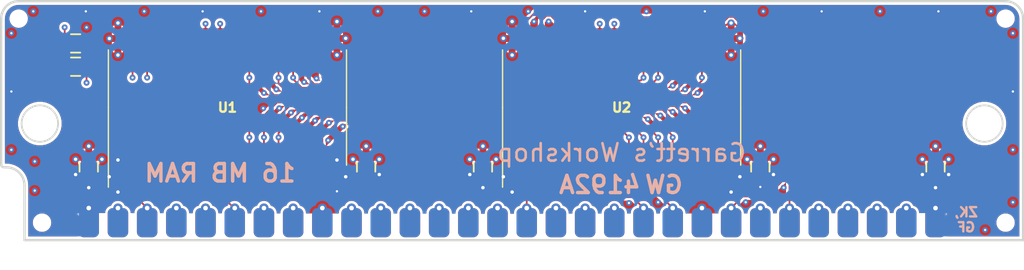
<source format=kicad_pcb>
(kicad_pcb (version 20221018) (generator pcbnew)
  (title_block (title "GW4192A") (date "2021-06-19") (rev "1.0-SOP") (company "Garrett's Workshop"))
  (layers (0 "F.Cu" signal) (1 "In1.Cu" power) (2 "In2.Cu" signal) (31 "B.Cu" power) (34 "B.Paste" user) (35 "F.Paste" user) (36 "B.SilkS" user "B.Silkscreen") (37 "F.SilkS" user "F.Silkscreen") (38 "B.Mask" user) (39 "F.Mask" user) (44 "Edge.Cuts" user))
  (net 0 "")
  (net 1 "+5V")
  (net 2 "/D0")
  (net 3 "/D1")
  (net 4 "/~{WE}")
  (net 5 "/~{RAS}")
  (net 6 "/~{CAS}")
  (net 7 "/D2")
  (net 8 "/D3")
  (net 9 "GND")
  (net 10 "/D4")
  (net 11 "/D5")
  (net 12 "/D6")
  (net 13 "/D7")
  (net 14 "/QP")
  (net 15 "/~{CASP}")
  (net 16 "/DP")
  (net 17 "/1A0")
  (net 18 "/1A1")
  (net 19 "/1A2")
  (net 20 "/1A3")
  (net 21 "/1A4")
  (net 22 "/1A5")
  (net 23 "/1A6")
  (net 24 "/1A7")
  (net 25 "/1A8")
  (net 26 "/1A10")
  (net 27 "/1A9")
  (net 28 "Net-(U1-Pad27)")
  (net 29 "Net-(U1-Pad24)")
  (net 30 "/1A11")
  (net 31 "Net-(U2-Pad27)")
  (net 32 "Net-(U2-Pad24)")
  (net 33 "/~{OE}")
  (net 34 "Net-(U1-Pad29)")
  (net 35 "Net-(U1-Pad28)")
  (net 36 "Net-(U1-Pad7)")
  (net 37 "Net-(U1-Pad6)")
  (net 38 "Net-(U1-Pad5)")
  (net 39 "Net-(U1-Pad4)")
  (net 40 "Net-(U2-Pad4)")
  (net 41 "Net-(U2-Pad5)")
  (net 42 "Net-(U2-Pad6)")
  (net 43 "Net-(U2-Pad7)")
  (net 44 "Net-(U2-Pad28)")
  (net 45 "Net-(U2-Pad29)")
  (footprint "stdpads:SIMM-30_Edge" (layer "F.Cu") (at 120.65 99.822)
    (fp_text reference "J1")
    (fp_text value "DRAM-SIMM-30")
  )
  (footprint "stdpads:C_0805" (layer "F.Cu") (at 83.82 95.2255 90)
    (fp_text reference "C1")
    (fp_text value "2u2")
  )
  (footprint "stdpads:C_0805" (layer "F.Cu") (at 157.48 95.2255 90)
    (fp_text reference "C5")
    (fp_text value "2u2")
  )
  (footprint "stdpads:C_0805" (layer "F.Cu") (at 107.95 95.2255 90)
    (fp_text reference "C2")
    (fp_text value "2u2")
  )
  (footprint "stdpads:C_0805" (layer "F.Cu") (at 118.11 95.2255 90)
    (fp_text reference "C3")
    (fp_text value "2u2")
  )
  (footprint "stdpads:C_0805" (layer "F.Cu") (at 142.24 95.2255 90)
    (fp_text reference "C4")
    (fp_text value "2u2")
  )
  (footprint "stdpads:R_0805" (layer "F.Cu") (at 82.677 86.487 180)
    (fp_text reference "R1")
    (fp_text value "EDO")
  )
  (footprint "stdpads:R_0805" (layer "F.Cu") (at 82.677 84.455)
    (fp_text reference "R2")
    (fp_text value "FPM")
  )
  (footprint "stdpads:PasteHole_1.152mm_NPTH" (layer "F.Cu") (at 163.576 82.296)
    (fp_text reference "H2")
    (fp_text value "MountingHole" hide)
  )
  (footprint "stdpads:PasteHole_1.152mm_NPTH" (layer "F.Cu") (at 77.724 82.296)
    (fp_text reference "H1")
    (fp_text value "MountingHole" hide)
  )
  (footprint "stdpads:PasteHole_1.152mm_NPTH" (layer "F.Cu") (at 79.756 100.076)
    (fp_text reference "H4")
    (fp_text value "MountingHole" hide)
  )
  (footprint "stdpads:PasteHole_1.152mm_NPTH" (layer "F.Cu") (at 163.576 100.076)
    (fp_text reference "H3")
    (fp_text value "MountingHole" hide)
  )
  (footprint "stdpads:SOP-32_400mil" (layer "F.Cu") (at 130.175 90.043 90)
    (fp_text reference "U2")
    (fp_text value "KM44C16104")
  )
  (footprint "stdpads:SOP-32_400mil" (layer "F.Cu") (at 95.885 90.043 90)
    (fp_text reference "U1")
    (fp_text value "KM44C16104")
  )
  (gr_line (start 76.2 94.996) (end 76.2 82.296) (stroke (width 0.2)) (layer "Edge.Cuts"))
  (gr_circle (center 79.5655 91.44) (end 77.978 91.44) (stroke (width 0.15)) (fill none) (layer "Edge.Cuts"))
  (gr_circle (center 161.7345 91.44) (end 163.322 91.44) (stroke (width 0.15)) (fill none) (layer "Edge.Cuts"))
  (gr_arc (start 163.576 80.772) (mid 164.653631 81.218369) (end 165.1 82.296) (stroke (width 0.2)) (layer "Edge.Cuts"))
  (gr_arc (start 76.2 82.296) (mid 76.646369 81.218369) (end 77.724 80.772) (stroke (width 0.2)) (layer "Edge.Cuts"))
  (gr_line (start 76.6445 95.25) (end 76.454 95.25) (stroke (width 0.2)) (layer "Edge.Cuts"))
  (gr_line (start 78.232 101.6) (end 78.232 96.8375) (stroke (width 0.2)) (layer "Edge.Cuts"))
  (gr_arc (start 76.454 95.25) (mid 76.274395 95.175605) (end 76.2 94.996) (stroke (width 0.2)) (layer "Edge.Cuts"))
  (gr_arc (start 76.6445 95.25) (mid 77.767032 95.714968) (end 78.232 96.8375) (stroke (width 0.2)) (layer "Edge.Cuts"))
  (gr_line (start 165.1 82.296) (end 165.1 101.6) (stroke (width 0.2)) (layer "Edge.Cuts"))
  (gr_line (start 165.1 101.6) (end 78.232 101.6) (stroke (width 0.2)) (layer "Edge.Cuts"))
  (gr_line (start 77.724 80.772) (end 163.576 80.772) (stroke (width 0.2)) (layer "Edge.Cuts"))
  (gr_text "16 MB RAM" (at 95.25 95.758) (layer "B.SilkS") (effects (font (size 1.524 1.524) (thickness 0.3)) (justify mirror)))
  (gr_text "4192A" (at 128.27 96.774) (layer "B.SilkS") (effects (font (size 1.5 1.5) (thickness 0.3)) (justify mirror)))
  (gr_text "Garrett’s Workshop" (at 130.175 93.98) (layer "B.SilkS") (effects (font (size 1.524 1.524) (thickness 0.225)) (justify mirror)))
  (gr_text "GW" (at 133.858 96.774) (layer "B.SilkS") (effects (font (size 1.5 1.5) (thickness 0.3)) (justify mirror)))
  (gr_text "ZK,\nGF" (at 160.147 99.822) (layer "B.SilkS") (effects (font (size 0.8128 0.8128) (thickness 0.2032)) (justify mirror)))
  (segment (start 117.1575 96.0755) (end 116.967 95.885) (width 0.6) (layer "F.Cu") (net 1))
  (segment (start 118.11 96.0755) (end 117.1575 96.0755) (width 0.6) (layer "F.Cu") (net 1))
  (segment (start 118.11 96.0755) (end 118.11 97.028) (width 0.6) (layer "F.Cu") (net 1))
  (segment (start 140.462 96.0755) (end 142.24 96.0755) (width 0.6) (layer "F.Cu") (net 1))
  (segment (start 120.65 96.058) (end 120.65 97.409) (width 0.6) (layer "F.Cu") (net 1))
  (segment (start 119.9055 96.058) (end 119.888 96.0755) (width 0.6) (layer "F.Cu") (net 1))
  (segment (start 85.6155 96.058) (end 85.598 96.0755) (width 0.6) (layer "F.Cu") (net 1))
  (segment (start 105.41 96.058) (end 106.1545 96.058) (width 0.6) (layer "F.Cu") (net 1))
  (segment (start 139.7 96.058) (end 139.7 97.409) (width 0.6) (layer "F.Cu") (net 1))
  (segment (start 108.9025 96.0755) (end 109.093 95.885) (width 0.6) (layer "F.Cu") (net 1))
  (segment (start 156.5275 96.0755) (end 156.337 95.885) (width 0.6) (layer "F.Cu") (net 1))
  (segment (start 157.48 96.0755) (end 156.5275 96.0755) (width 0.6) (layer "F.Cu") (net 1))
  (segment (start 105.41 96.058) (end 105.41 94.615) (width 0.6) (layer "F.Cu") (net 1))
  (segment (start 82.8675 96.0755) (end 82.677 95.885) (width 0.6) (layer "F.Cu") (net 1))
  (segment (start 83.82 96.0755) (end 85.598 96.0755) (width 0.6) (layer "F.Cu") (net 1))
  (segment (start 86.36 96.058) (end 85.6155 96.058) (width 0.6) (layer "F.Cu") (net 1))
  (segment (start 86.36 96.058) (end 86.36 97.409) (width 0.6) (layer "F.Cu") (net 1))
  (segment (start 105.41 96.058) (end 105.41 97.3455) (width 0.508) (layer "F.Cu") (net 1))
  (segment (start 157.48 96.0755) (end 158.4325 96.0755) (width 0.6) (layer "F.Cu") (net 1))
  (segment (start 83.82 96.0755) (end 83.82 97.028) (width 0.6) (layer "F.Cu") (net 1))
  (segment (start 107.95 96.0755) (end 106.172 96.0755) (width 0.6) (layer "F.Cu") (net 1))
  (segment (start 157.48 96.0755) (end 157.48 97.028) (width 0.6) (layer "F.Cu") (net 1))
  (segment (start 140.4445 96.058) (end 140.462 96.0755) (width 0.6) (layer "F.Cu") (net 1))
  (segment (start 83.82 97.028) (end 83.82 98.806) (width 0.6) (layer "F.Cu") (net 1))
  (segment (start 142.24 96.0755) (end 143.1925 96.0755) (width 0.6) (layer "F.Cu") (net 1))
  (segment (start 157.48 96.0755) (end 157.48 98.806) (width 0.8) (layer "F.Cu") (net 1))
  (segment (start 139.7 96.058) (end 140.4445 96.058) (width 0.6) (layer "F.Cu") (net 1))
  (segment (start 143.1925 96.0755) (end 143.383 95.885) (width 0.6) (layer "F.Cu") (net 1))
  (segment (start 142.24 96.0755) (end 142.24 96.9645) (width 0.508) (layer "F.Cu") (net 1))
  (segment (start 106.1545 96.058) (end 106.172 96.0755) (width 0.6) (layer "F.Cu") (net 1))
  (segment (start 83.82 96.0755) (end 82.8675 96.0755) (width 0.6) (layer "F.Cu") (net 1))
  (segment (start 119.888 96.0755) (end 118.11 96.0755) (width 0.6) (layer "F.Cu") (net 1))
  (segment (start 158.4325 96.0755) (end 158.623 95.885) (width 0.6) (layer "F.Cu") (net 1))
  (segment (start 107.95 96.0755) (end 108.9025 96.0755) (width 0.6) (layer "F.Cu") (net 1))
  (segment (start 86.36 96.058) (end 86.36 94.615) (width 0.6) (layer "F.Cu") (net 1))
  (segment (start 120.65 96.058) (end 119.9055 96.058) (width 0.6) (layer "F.Cu") (net 1))
  (via (at 116.967 95.885) (size 0.6) (drill 0.3) (layers "F.Cu" "B.Cu") (net 1))
  (via (at 118.11 97.028) (size 0.6) (drill 0.3) (layers "F.Cu" "B.Cu") (net 1))
  (via (at 164.211 88.646) (size 0.508) (drill 0.2) (layers "F.Cu" "B.Cu") (net 1))
  (via (at 157.734 81.661) (size 0.508) (drill 0.2) (layers "F.Cu" "B.Cu") (net 1))
  (via (at 147.574 81.661) (size 0.508) (drill 0.2) (layers "F.Cu" "B.Cu") (net 1))
  (via (at 137.414 81.661) (size 0.508) (drill 0.2) (layers "F.Cu" "B.Cu") (net 1))
  (via (at 127 81.661) (size 0.508) (drill 0.2) (layers "F.Cu" "B.Cu") (net 1))
  (via (at 117.094 81.661) (size 0.508) (drill 0.2) (layers "F.Cu" "B.Cu") (net 1))
  (via (at 83.566 81.661) (size 0.508) (drill 0.2) (layers "F.Cu" "B.Cu") (net 1))
  (via (at 93.726 81.661) (size 0.508) (drill 0.2) (layers "F.Cu" "B.Cu") (net 1))
  (via (at 103.886 81.661) (size 0.508) (drill 0.2) (layers "F.Cu" "B.Cu") (net 1))
  (via (at 77.089 88.646) (size 0.508) (drill 0.2) (layers "F.Cu" "B.Cu") (net 1))
  (via (at 82.677 95.885) (size 0.6) (drill 0.3) (layers "F.Cu" "B.Cu") (net 1))
  (via (at 157.48 97.028) (size 0.6) (drill 0.3) (layers "F.Cu" "B.Cu") (net 1))
  (via (at 140.462 96.0755) (size 0.6) (drill 0.3) (layers "F.Cu" "B.Cu") (net 1))
  (via (at 156.337 95.885) (size 0.6) (drill 0.3) (layers "F.Cu" "B.Cu") (net 1))
  (via (at 158.623 95.885) (size 0.6) (drill 0.3) (layers "F.Cu" "B.Cu") (net 1))
  (via (at 83.82 97.028) (size 0.6) (drill 0.3) (layers "F.Cu" "B.Cu") (net 1))
  (via (at 120.65 97.409) (size 0.6) (drill 0.3) (layers "F.Cu" "B.Cu") (net 1))
  (via (at 142.24 96.9645) (size 0.508) (drill 0.2) (layers "F.Cu" "B.Cu") (net 1))
  (via (at 105.41 97.3455) (size 0.508) (drill 0.2) (layers "F.Cu" "B.Cu") (net 1))
  (via (at 143.383 95.885) (size 0.6) (drill 0.3) (layers "F.Cu" "B.Cu") (net 1))
  (via (at 139.7 97.409) (size 0.6) (drill 0.3) (layers "F.Cu" "B.Cu") (net 1))
  (via (at 106.172 96.0755) (size 0.6) (drill 0.3) (layers "F.Cu" "B.Cu") (net 1))
  (via (at 105.41 94.615) (size 0.6) (drill 0.3) (layers "F.Cu" "B.Cu") (net 1))
  (via (at 86.36 97.409) (size 0.6) (drill 0.3) (layers "F.Cu" "B.Cu") (net 1))
  (via (at 86.36 94.615) (size 0.6) (drill 0.3) (layers "F.Cu" "B.Cu") (net 1))
  (via (at 109.093 95.885) (size 0.6) (drill 0.3) (layers "F.Cu" "B.Cu") (net 1))
  (via (at 119.888 96.0755) (size 0.6) (drill 0.3) (layers "F.Cu" "B.Cu") (net 1))
  (via (at 85.598 96.0755) (size 0.6) (drill 0.3) (layers "F.Cu" "B.Cu") (net 1))
  (segment (start 87.63 97.536) (end 88.9 98.806) (width 0.1524) (layer "F.Cu") (net 2))
  (segment (start 87.63 96.058) (end 87.63 97.536) (width 0.1524) (layer "F.Cu") (net 2))
  (segment (start 88.9 100.076) (end 88.9 98.806) (width 0.1524) (layer "F.Cu") (net 2))
  (segment (start 88.9 96.058) (end 88.9 97.155) (width 0.1524) (layer "F.Cu") (net 3))
  (segment (start 89.408 97.663) (end 95.3135 97.663) (width 0.1524) (layer "F.Cu") (net 3))
  (segment (start 95.3135 97.663) (end 96.4565 98.806) (width 0.1524) (layer "F.Cu") (net 3))
  (segment (start 88.9 97.155) (end 89.408 97.663) (width 0.1524) (layer "F.Cu") (net 3))
  (segment (start 96.52 100.076) (end 96.52 98.552) (width 0.1524) (layer "F.Cu") (net 3))
  (segment (start 96.4565 98.806) (end 96.52 98.806) (width 0.1524) (layer "F.Cu") (net 3))
  (segment (start 108.48975 97.8535) (end 113.88725 92.456) (width 0.1524) (layer "F.Cu") (net 4))
  (segment (start 95.9485 97.8535) (end 108.48975 97.8535) (width 0.1524) (layer "F.Cu") (net 4))
  (segment (start 133.35 97.536) (end 134.62 98.806) (width 0.1524) (layer "F.Cu") (net 4))
  (segment (start 95.25 97.155) (end 95.9485 97.8535) (width 0.1524) (layer "F.Cu") (net 4))
  (segment (start 129.54 94.996) (end 129.54 97.155) (width 0.1524) (layer "F.Cu") (net 4))
  (segment (start 127 92.456) (end 129.54 94.996) (width 0.1524) (layer "F.Cu") (net 4))
  (segment (start 129.921 97.536) (end 133.35 97.536) (width 0.1524) (layer "F.Cu") (net 4))
  (segment (start 95.25 96.693) (end 95.25 97.155) (width 0.1524) (layer "F.Cu") (net 4))
  (segment (start 113.88725 92.456) (end 127 92.456) (width 0.1524) (layer "F.Cu") (net 4))
  (segment (start 129.54 97.155) (end 129.921 97.536) (width 0.1524) (layer "F.Cu") (net 4))
  (segment (start 104.648 97.536) (end 96.901 97.536) (width 0.1524) (layer "F.Cu") (net 5))
  (segment (start 104.775 93.5355) (end 104.775 97.409) (width 0.1524) (layer "F.Cu") (net 5))
  (segment (start 130.81 92.6465) (end 130.81 96.058) (width 0.1524) (layer "F.Cu") (net 5))
  (segment (start 106.4895 91.821) (end 104.775 93.5355) (width 0.1524) (layer "F.Cu") (net 5))
  (segment (start 96.52 97.155) (end 96.52 96.693) (width 0.1524) (layer "F.Cu") (net 5))
  (segment (start 129.9845 91.821) (end 106.4895 91.821) (width 0.1524) (layer "F.Cu") (net 5))
  (segment (start 130.81 92.6465) (end 129.9845 91.821) (width 0.1524) (layer "F.Cu") (net 5))
  (segment (start 104.775 97.409) (end 104.648 97.536) (width 0.1524) (layer "F.Cu") (net 5))
  (segment (start 96.901 97.536) (end 96.52 97.155) (width 0.1524) (layer "F.Cu") (net 5))
  (via (at 130.81 92.6465) (size 0.508) (drill 0.2) (layers "F.Cu" "B.Cu") (net 5))
  (segment (start 83.627 87.8815) (end 83.627 86.487) (width 0.1524) (layer "F.Cu") (net 6))
  (segment (start 128.27 84.028) (end 128.27 82.7405) (width 0.1524) (layer "F.Cu") (net 6))
  (segment (start 93.98 84.028) (end 93.98 82.7405) (width 0.1524) (layer "F.Cu") (net 6))
  (segment (start 83.6295 87.884) (end 83.627 87.8815) (width 0.1524) (layer "F.Cu") (net 6))
  (via (at 93.98 82.7405) (size 0.508) (drill 0.2) (layers "F.Cu" "B.Cu") (net 6))
  (via (at 83.6295 87.884) (size 0.508) (drill 0.2) (layers "F.Cu" "B.Cu") (net 6))
  (via (at 128.27 82.7405) (size 0.508) (drill 0.2) (layers "F.Cu" "B.Cu") (net 6))
  (segment (start 88.9 84.028) (end 88.9 87.4395) (width 0.1524) (layer "F.Cu") (net 7))
  (via (at 88.9 87.4395) (size 0.508) (drill 0.2) (layers "F.Cu" "B.Cu") (net 7))
  (segment (start 87.63 84.028) (end 87.63 87.4395) (width 0.1524) (layer "F.Cu") (net 8))
  (via (at 87.63 87.4395) (size 0.508) (drill 0.2) (layers "F.Cu" "B.Cu") (net 8))
  (segment (start 117.143 94.3755) (end 116.967 94.5515) (width 0.6) (layer "F.Cu") (net 9))
  (segment (start 118.11 94.3755) (end 117.143 94.3755) (width 0.6) (layer "F.Cu") (net 9))
  (segment (start 118.11 94.3755) (end 119.077 94.3755) (width 0.6) (layer "F.Cu") (net 9))
  (segment (start 119.077 94.3755) (end 119.253 94.5515) (width 0.6) (layer "F.Cu") (net 9))
  (segment (start 157.48 94.3755) (end 156.513 94.3755) (width 0.6) (layer "F.Cu") (net 9))
  (segment (start 142.24 94.3755) (end 143.207 94.3755) (width 0.6) (layer "F.Cu") (net 9))
  (segment (start 139.7 84.028) (end 139.7 85.471) (width 0.6) (layer "F.Cu") (net 9))
  (segment (start 105.41 84.028) (end 105.41 82.55) (width 0.6) (layer "F.Cu") (net 9))
  (segment (start 84.787 94.3755) (end 84.963 94.5515) (width 0.6) (layer "F.Cu") (net 9))
  (segment (start 141.273 94.3755) (end 141.097 94.5515) (width 0.6) (layer "F.Cu") (net 9))
  (segment (start 85.6155 84.028) (end 86.36 84.028) (width 0.6) (layer "F.Cu") (net 9))
  (segment (start 118.11 94.3755) (end 118.11 93.4085) (width 0.6) (layer "F.Cu") (net 9))
  (segment (start 106.1545 84.028) (end 106.172 84.0105) (width 0.6) (layer "F.Cu") (net 9))
  (segment (start 83.82 94.3755) (end 83.82 93.4085) (width 0.6) (layer "F.Cu") (net 9))
  (segment (start 120.65 85.471) (end 120.65 84.028) (width 0.6) (layer "F.Cu") (net 9))
  (segment (start 83.82 94.3755) (end 84.787 94.3755) (width 0.6) (layer "F.Cu") (net 9))
  (segment (start 83.627 83.0605) (end 83.6295 83.058) (width 0.1524) (layer "F.Cu") (net 9))
  (segment (start 105.41 84.028) (end 105.41 85.471) (width 0.6) (layer "F.Cu") (net 9))
  (segment (start 139.7 84.028) (end 139.7 82.677) (width 0.6) (layer "F.Cu") (net 9))
  (segment (start 108.917 94.3755) (end 109.093 94.5515) (width 0.6) (layer "F.Cu") (net 9))
  (segment (start 83.82 94.3755) (end 82.853 94.3755) (width 0.6) (layer "F.Cu") (net 9))
  (segment (start 83.627 84.455) (end 83.627 83.0605) (width 0.1524) (layer "F.Cu") (net 9))
  (segment (start 86.36 85.471) (end 86.36 84.028) (width 0.6) (layer "F.Cu") (net 9))
  (segment (start 158.447 94.3755) (end 158.623 94.5515) (width 0.6) (layer "F.Cu") (net 9))
  (segment (start 105.41 84.028) (end 106.1545 84.028) (width 0.6) (layer "F.Cu") (net 9))
  (segment (start 82.853 94.3755) (end 82.677 94.5515) (width 0.6) (layer "F.Cu") (net 9))
  (segment (start 106.983 94.3755) (end 106.807 94.5515) (width 0.6) (layer "F.Cu") (net 9))
  (segment (start 120.65 84.028) (end 119.9055 84.028) (width 0.6) (layer "F.Cu") (net 9))
  (segment (start 119.9055 84.028) (end 119.888 84.0105) (width 0.6) (layer "F.Cu") (net 9))
  (segment (start 107.95 94.3755) (end 107.95 93.4085) (width 0.6) (layer "F.Cu") (net 9))
  (segment (start 140.4445 84.028) (end 140.462 84.0105) (width 0.6) (layer "F.Cu") (net 9))
  (segment (start 143.207 94.3755) (end 143.383 94.5515) (width 0.6) (layer "F.Cu") (net 9))
  (segment (start 142.24 94.3755) (end 142.24 93.4085) (width 0.6) (layer "F.Cu") (net 9))
  (segment (start 157.48 94.3755) (end 158.447 94.3755) (width 0.6) (layer "F.Cu") (net 9))
  (segment (start 142.24 94.3755) (end 141.273 94.3755) (width 0.6) (layer "F.Cu") (net 9))
  (segment (start 86.36 84.028) (end 86.36 82.677) (width 0.6) (layer "F.Cu") (net 9))
  (segment (start 107.95 94.3755) (end 108.917 94.3755) (width 0.6) (layer "F.Cu") (net 9))
  (segment (start 157.48 94.3755) (end 157.48 93.4085) (width 0.6) (layer "F.Cu") (net 9))
  (segment (start 139.7 84.028) (end 140.4445 84.028) (width 0.6) (layer "F.Cu") (net 9))
  (segment (start 120.65 84.028) (end 120.65 82.55) (width 0.6) (layer "F.Cu") (net 9))
  (segment (start 156.513 94.3755) (end 156.337 94.5515) (width 0.6) (layer "F.Cu") (net 9))
  (segment (start 107.95 94.3755) (end 106.983 94.3755) (width 0.6) (layer "F.Cu") (net 9))
  (via (at 162.306 81.661) (size 0.508) (drill 0.2) (layers "F.Cu" "B.Cu") (net 9))
  (via (at 79.121 94.742) (size 0.508) (drill 0.2) (layers "F.Cu" "B.Cu") (net 9))
  (via (at 116.967 94.5515) (size 0.6) (drill 0.3) (layers "F.Cu" "B.Cu") (net 9))
  (via (at 119.253 94.5515) (size 0.6) (drill 0.3) (layers "F.Cu" "B.Cu") (net 9))
  (via (at 104.648 92.9005) (size 0.508) (drill 0.2) (layers "F.Cu" "B.Cu") (net 9))
  (via (at 101.4095 90.4875) (size 0.508) (drill 0.2) (layers "F.Cu" "B.Cu") (net 9))
  (via (at 105.918 91.694) (size 0.508) (drill 0.2) (layers "F.Cu" "B.Cu") (net 9))
  (via (at 135.6995 88.4555) (size 0.508) (drill 0.2) (layers "F.Cu" "B.Cu") (net 9))
  (via (at 134.62 90.424) (size 0.508) (drill 0.2) (layers "F.Cu" "B.Cu") (net 9))
  (via (at 136.779 88.773) (size 0.508) (drill 0.2) (layers "F.Cu" "B.Cu") (net 9))
  (via (at 133.5405 90.7415) (size 0.508) (drill 0.2) (layers "F.Cu" "B.Cu") (net 9))
  (via (at 135.6995 90.1065) (size 0.508) (drill 0.2) (layers "F.Cu" "B.Cu") (net 9))
  (via (at 134.62 88.138) (size 0.508) (drill 0.2) (layers "F.Cu" "B.Cu") (net 9))
  (via (at 132.461 91.059) (size 0.508) (drill 0.2) (layers "F.Cu" "B.Cu") (net 9))
  (via (at 100.1395 88.4555) (size 0.508) (drill 0.2) (layers "F.Cu" "B.Cu") (net 9))
  (via (at 133.35 98.298) (size 0.508) (drill 0.2) (layers "F.Cu" "B.Cu") (net 9))
  (via (at 98.9965 90.1065) (size 0.508) (drill 0.2) (layers "F.Cu" "B.Cu") (net 9))
  (via (at 161.798 100.711) (size 0.508) (drill 0.2) (layers "F.Cu" "B.Cu") (net 9))
  (via (at 164.211 83.566) (size 0.508) (drill 0.2) (layers "F.Cu" "B.Cu") (net 9))
  (via (at 79.121 97.282) (size 0.508) (drill 0.2) (layers "F.Cu" "B.Cu") (net 9))
  (via (at 152.654 81.661) (size 0.508) (drill 0.2) (layers "F.Cu" "B.Cu") (net 9))
  (via (at 142.494 81.661) (size 0.508) (drill 0.2) (layers "F.Cu" "B.Cu") (net 9))
  (via (at 132.334 81.661) (size 0.508) (drill 0.2) (layers "F.Cu" "B.Cu") (net 9))
  (via (at 122.047 81.661) (size 0.508) (drill 0.2) (layers "F.Cu" "B.Cu") (net 9))
  (via (at 78.994 81.661) (size 0.508) (drill 0.2) (layers "F.Cu" "B.Cu") (net 9))
  (via (at 77.089 83.566) (size 0.508) (drill 0.2) (layers "F.Cu" "B.Cu") (net 9))
  (via (at 88.646 81.661) (size 0.508) (drill 0.2) (layers "F.Cu" "B.Cu") (net 9))
  (via (at 98.806 81.661) (size 0.508) (drill 0.2) (layers "F.Cu" "B.Cu") (net 9))
  (via (at 108.966 81.661) (size 0.508) (drill 0.2) (layers "F.Cu" "B.Cu") (net 9))
  (via (at 113.03 81.661) (size 0.508) (drill 0.2) (layers "F.Cu" "B.Cu") (net 9))
  (via (at 77.089 93.726) (size 0.508) (drill 0.2) (layers "F.Cu" "B.Cu") (net 9))
  (via (at 164.211 93.726) (size 0.508) (drill 0.2) (layers "F.Cu" "B.Cu") (net 9))
  (via (at 164.211 98.298) (size 0.508) (drill 0.2) (layers "F.Cu" "B.Cu") (net 9))
  (via (at 144.272 97.028) (size 0.508) (drill 0.2) (layers "F.Cu" "B.Cu") (net 9))
  (via (at 140.97 98.298) (size 0.508) (drill 0.2) (layers "F.Cu" "B.Cu") (net 9))
  (via (at 130.81 98.3615) (size 0.508) (drill 0.2) (layers "F.Cu" "B.Cu") (net 9))
  (via (at 122.555 82.55) (size 0.508) (drill 0.2) (layers "F.Cu" "B.Cu") (net 9))
  (via (at 123.825 82.55) (size 0.508) (drill 0.2) (layers "F.Cu" "B.Cu") (net 9))
  (via (at 104.7115 91.3765) (size 0.508) (drill 0.2) (layers "F.Cu" "B.Cu") (net 9))
  (via (at 103.505 91.186) (size 0.508) (drill 0.2) (layers "F.Cu" "B.Cu") (net 9))
  (via (at 102.362 90.932) (size 0.508) (drill 0.2) (layers "F.Cu" "B.Cu") (net 9))
  (via (at 100.3935 90.1065) (size 0.508) (drill 0.2) (layers "F.Cu" "B.Cu") (net 9))
  (via (at 99.06 88.773) (size 0.508) (drill 0.2) (layers "F.Cu" "B.Cu") (net 9))
  (via (at 103.632 87.503) (size 0.508) (drill 0.2) (layers "F.Cu" "B.Cu") (net 9))
  (via (at 102.5525 87.8205) (size 0.508) (drill 0.2) (layers "F.Cu" "B.Cu") (net 9))
  (via (at 105.41 82.55) (size 0.6) (drill 0.3) (layers "F.Cu" "B.Cu") (net 9))
  (via (at 158.623 94.5515) (size 0.6) (drill 0.3) (layers "F.Cu" "B.Cu") (net 9))
  (via (at 140.462 84.0105) (size 0.6) (drill 0.3) (layers "F.Cu" "B.Cu") (net 9))
  (via (at 156.337 94.5515) (size 0.6) (drill 0.3) (layers "F.Cu" "B.Cu") (net 9))
  (via (at 83.6295 83.058) (size 0.508) (drill 0.2) (layers "F.Cu" "B.Cu") (net 9))
  (via (at 139.7 82.677) (size 0.6) (drill 0.3) (layers "F.Cu" "B.Cu") (net 9))
  (via (at 86.36 85.471) (size 0.6) (drill 0.3) (layers "F.Cu" "B.Cu") (net 9))
  (via (at 157.48 93.4085) (size 0.6) (drill 0.3) (layers "F.Cu" "B.Cu") (net 9))
  (via (at 107.95 93.4085) (size 0.6) (drill 0.3) (layers "F.Cu" "B.Cu") (net 9))
  (via (at 106.172 84.0105) (size 0.6) (drill 0.3) (layers "F.Cu" "B.Cu") (net 9))
  (via (at 119.888 84.0105) (size 0.6) (drill 0.3) (layers "F.Cu" "B.Cu") (net 9))
  (via (at 85.6155 84.028) (size 0.6) (drill 0.3) (layers "F.Cu" "B.Cu") (net 9))
  (via (at 106.807 94.5515) (size 0.6) (drill 0.3) (layers "F.Cu" "B.Cu") (net 9))
  (via (at 82.677 94.5515) (size 0.6) (drill 0.3) (layers "F.Cu" "B.Cu") (net 9))
  (via (at 118.11 93.4085) (size 0.6) (drill 0.3) (layers "F.Cu" "B.Cu") (net 9))
  (via (at 120.65 82.55) (size 0.6) (drill 0.3) (layers "F.Cu" "B.Cu") (net 9))
  (via (at 109.093 94.5515) (size 0.6) (drill 0.3) (layers "F.Cu" "B.Cu") (net 9))
  (via (at 105.41 85.471) (size 0.6) (drill 0.3) (layers "F.Cu" "B.Cu") (net 9))
  (via (at 120.65 85.471) (size 0.6) (drill 0.3) (layers "F.Cu" "B.Cu") (net 9))
  (via (at 143.383 94.5515) (size 0.6) (drill 0.3) (layers "F.Cu" "B.Cu") (net 9))
  (via (at 84.963 94.5515) (size 0.6) (drill 0.3) (layers "F.Cu" "B.Cu") (net 9))
  (via (at 86.36 82.677) (size 0.6) (drill 0.3) (layers "F.Cu" "B.Cu") (net 9))
  (via (at 141.097 94.5515) (size 0.6) (drill 0.3) (layers "F.Cu" "B.Cu") (net 9))
  (via (at 83.82 93.4085) (size 0.6) (drill 0.3) (layers "F.Cu" "B.Cu") (net 9))
  (via (at 139.7 85.471) (size 0.6) (drill 0.3) (layers "F.Cu" "B.Cu") (net 9))
  (via (at 142.24 93.4085) (size 0.6) (drill 0.3) (layers "F.Cu" "B.Cu") (net 9))
  (segment (start 121.92 96.058) (end 121.92 98.806) (width 0.1524) (layer "F.Cu") (net 10))
  (segment (start 129.4765 97.536) (end 129.794 97.8535) (width 0.1524) (layer "F.Cu") (net 11))
  (segment (start 131.1275 97.8535) (end 132.08 98.806) (width 0.1524) (layer "F.Cu") (net 11))
  (segment (start 123.19 96.058) (end 123.19 97.155) (width 0.1524) (layer "F.Cu") (net 11))
  (segment (start 129.794 97.8535) (end 131.1275 97.8535) (width 0.1524) (layer "F.Cu") (net 11))
  (segment (start 123.19 97.155) (end 123.571 97.536) (width 0.1524) (layer "F.Cu") (net 11))
  (segment (start 123.571 97.536) (end 129.4765 97.536) (width 0.1524) (layer "F.Cu") (net 11))
  (segment (start 139.47775 82.13725) (end 139.92225 82.13725) (width 0.1524) (layer "F.Cu") (net 12))
  (segment (start 127.889 81.915) (end 129.921 81.915) (width 0.1524) (layer "F.Cu") (net 12))
  (segment (start 130.4925 82.4865) (end 139.1285 82.4865) (width 0.1524) (layer "F.Cu") (net 12))
  (segment (start 144.4625 96.139) (end 142.8115 97.79) (width 0.1524) (layer "F.Cu") (net 12))
  (segment (start 123.19 83.393) (end 123.19 82.4865) (width 0.1524) (layer "F.Cu") (net 12))
  (segment (start 127.3175 82.4865) (end 127.889 81.915) (width 0.1524) (layer "F.Cu") (net 12))
  (segment (start 124.0155 82.042) (end 124.46 82.4865) (width 0.1524) (layer "F.Cu") (net 12))
  (segment (start 123.6345 82.042) (end 124.0155 82.042) (width 0.1524) (layer "F.Cu") (net 12))
  (segment (start 142.8115 97.79) (end 140.716 97.79) (width 0.1524) (layer "F.Cu") (net 12))
  (segment (start 140.716 97.79) (end 139.7 98.806) (width 0.1524) (layer "F.Cu") (net 12))
  (segment (start 139.92225 82.13725) (end 141.0335 83.2485) (width 0.1524) (layer "F.Cu") (net 12))
  (segment (start 124.46 82.4865) (end 127.3175 82.4865) (width 0.1524) (layer "F.Cu") (net 12))
  (segment (start 141.0335 90.424) (end 144.4625 93.853) (width 0.1524) (layer "F.Cu") (net 12))
  (segment (start 139.1285 82.4865) (end 139.47775 82.13725) (width 0.1524) (layer "F.Cu") (net 12))
  (segment (start 144.4625 93.853) (end 144.4625 96.139) (width 0.1524) (layer "F.Cu") (net 12))
  (segment (start 123.19 82.4865) (end 123.6345 82.042) (width 0.1524) (layer "F.Cu") (net 12))
  (segment (start 141.0335 83.2485) (end 141.0335 90.424) (width 0.1524) (layer "F.Cu") (net 12))
  (segment (start 129.921 81.915) (end 130.4925 82.4865) (width 0.1524) (layer "F.Cu") (net 12))
  (segment (start 122.682 81.7245) (end 124.1425 81.7245) (width 0.1524) (layer "F.Cu") (net 13))
  (segment (start 141.351 83.1215) (end 141.351 90.297) (width 0.1524) (layer "F.Cu") (net 13))
  (segment (start 140.0175 81.788) (end 141.351 83.1215) (width 0.1524) (layer "F.Cu") (net 13))
  (segment (start 144.78 93.726) (end 144.78 98.806) (width 0.1524) (layer "F.Cu") (net 13))
  (segment (start 130.048 81.5975) (end 130.6195 82.169) (width 0.1524) (layer "F.Cu") (net 13))
  (segment (start 139.3825 81.788) (end 140.0175 81.788) (width 0.1524) (layer "F.Cu") (net 13))
  (segment (start 139.0015 82.169) (end 139.3825 81.788) (width 0.1524) (layer "F.Cu") (net 13))
  (segment (start 127.1905 82.169) (end 127.762 81.5975) (width 0.1524) (layer "F.Cu") (net 13))
  (segment (start 121.92 82.4865) (end 122.682 81.7245) (width 0.1524) (layer "F.Cu") (net 13))
  (segment (start 121.92 83.393) (end 121.92 82.4865) (width 0.1524) (layer "F.Cu") (net 13))
  (segment (start 127.762 81.5975) (end 130.048 81.5975) (width 0.1524) (layer "F.Cu") (net 13))
  (segment (start 141.351 90.297) (end 144.78 93.726) (width 0.1524) (layer "F.Cu") (net 13))
  (segment (start 130.6195 82.169) (end 139.0015 82.169) (width 0.1524) (layer "F.Cu") (net 13))
  (segment (start 124.587 82.169) (end 127.1905 82.169) (width 0.1524) (layer "F.Cu") (net 13))
  (segment (start 124.1425 81.7245) (end 124.587 82.169) (width 0.1524) (layer "F.Cu") (net 13))
  (segment (start 97.79 92.0115) (end 100.203 89.5985) (width 0.1524) (layer "F.Cu") (net 17))
  (segment (start 100.203 89.5985) (end 135.89 89.5985) (width 0.1524) (layer "F.Cu") (net 17))
  (segment (start 135.89 89.5985) (end 138.43 92.1385) (width 0.1524) (layer "F.Cu") (net 17))
  (segment (start 97.79 92.6465) (end 97.79 92.0115) (width 0.1524) (layer "F.Cu") (net 17))
  (segment (start 97.79 96.058) (end 97.79 92.6465) (width 0.1524) (layer "F.Cu") (net 17))
  (segment (start 138.43 92.1385) (end 138.43 96.058) (width 0.1524) (layer "F.Cu") (net 17))
  (via (at 97.79 92.6465) (size 0.508) (drill 0.2) (layers "F.Cu" "B.Cu") (net 17))
  (segment (start 137.16 92.2655) (end 134.8105 89.916) (width 0.1524) (layer "F.Cu") (net 18))
  (segment (start 99.06 92.1385) (end 99.06 92.6465) (width 0.1524) (layer "F.Cu") (net 18))
  (segment (start 137.16 96.058) (end 137.16 92.2655) (width 0.1524) (layer "F.Cu") (net 18))
  (segment (start 134.8105 89.916) (end 101.2825 89.916) (width 0.1524) (layer "F.Cu") (net 18))
  (segment (start 99.06 96.058) (end 99.06 92.6465) (width 0.1524) (layer "F.Cu") (net 18))
  (segment (start 101.2825 89.916) (end 99.06 92.1385) (width 0.1524) (layer "F.Cu") (net 18))
  (via (at 99.06 92.6465) (size 0.508) (drill 0.2) (layers "F.Cu" "B.Cu") (net 18))
  (segment (start 100.33 92.6465) (end 100.33 92.2655) (width 0.1524) (layer "F.Cu") (net 19))
  (segment (start 133.731 90.2335) (end 135.89 92.3925) (width 0.1524) (layer "F.Cu") (net 19))
  (segment (start 100.33 96.058) (end 100.33 92.6465) (width 0.1524) (layer "F.Cu") (net 19))
  (segment (start 135.89 92.3925) (end 135.89 96.058) (width 0.1524) (layer "F.Cu") (net 19))
  (segment (start 102.362 90.2335) (end 133.731 90.2335) (width 0.1524) (layer "F.Cu") (net 19))
  (segment (start 100.33 92.2655) (end 102.362 90.2335) (width 0.1524) (layer "F.Cu") (net 19))
  (via (at 100.33 92.6465) (size 0.508) (drill 0.2) (layers "F.Cu" "B.Cu") (net 19))
  (segment (start 134.62 92.5195) (end 132.6515 90.551) (width 0.1524) (layer "F.Cu") (net 20))
  (segment (start 103.4415 90.551) (end 101.6 92.3925) (width 0.1524) (layer "F.Cu") (net 20))
  (segment (start 134.62 96.058) (end 134.62 92.6465) (width 0.1524) (layer "F.Cu") (net 20))
  (segment (start 101.6 92.3925) (end 101.6 96.058) (width 0.1524) (layer "F.Cu") (net 20))
  (segment (start 134.62 92.6465) (end 134.62 92.5195) (width 0.1524) (layer "F.Cu") (net 20))
  (segment (start 132.6515 90.551) (end 103.4415 90.551) (width 0.1524) (layer "F.Cu") (net 20))
  (via (at 134.62 92.6465) (size 0.508) (drill 0.2) (layers "F.Cu" "B.Cu") (net 20))
  (segment (start 102.87 96.058) (end 102.87 92.5195) (width 0.1524) (layer "F.Cu") (net 21))
  (segment (start 131.572 90.8685) (end 133.35 92.6465) (width 0.1524) (layer "F.Cu") (net 21))
  (segment (start 104.521 90.8685) (end 131.572 90.8685) (width 0.1524) (layer "F.Cu") (net 21))
  (segment (start 133.35 92.6465) (end 133.35 96.058) (width 0.1524) (layer "F.Cu") (net 21))
  (segment (start 102.87 92.5195) (end 104.521 90.8685) (width 0.1524) (layer "F.Cu") (net 21))
  (via (at 133.35 92.6465) (size 0.508) (drill 0.2) (layers "F.Cu" "B.Cu") (net 21))
  (segment (start 132.08 96.058) (end 132.08 92.6465) (width 0.1524) (layer "F.Cu") (net 22))
  (segment (start 105.6005 91.186) (end 104.14 92.6465) (width 0.1524) (layer "F.Cu") (net 22))
  (segment (start 130.6195 91.186) (end 105.6005 91.186) (width 0.1524) (layer "F.Cu") (net 22))
  (segment (start 104.14 92.6465) (end 104.14 96.058) (width 0.1524) (layer "F.Cu") (net 22))
  (segment (start 132.08 92.6465) (end 130.6195 91.186) (width 0.1524) (layer "F.Cu") (net 22))
  (via (at 132.08 92.6465) (size 0.508) (drill 0.2) (layers "F.Cu" "B.Cu") (net 22))
  (segment (start 132.08 84.028) (end 132.08 87.4395) (width 0.1524) (layer "F.Cu") (net 23))
  (segment (start 104.14 84.028) (end 104.14 87.4395) (width 0.1524) (layer "F.Cu") (net 23))
  (segment (start 131.826 87.6935) (end 132.08 87.4395) (width 0.1524) (layer "F.Cu") (net 23))
  (segment (start 104.394 87.6935) (end 131.826 87.6935) (width 0.1524) (layer "F.Cu") (net 23))
  (segment (start 104.14 87.4395) (end 104.394 87.6935) (width 0.1524) (layer "F.Cu") (net 23))
  (via (at 132.08 87.4395) (size 0.508) (drill 0.2) (layers "F.Cu" "B.Cu") (net 23))
  (segment (start 133.35 87.4395) (end 133.35 84.028) (width 0.1524) (layer "F.Cu") (net 24))
  (segment (start 102.87 87.4395) (end 103.4415 88.011) (width 0.1524) (layer "F.Cu") (net 24))
  (segment (start 102.87 84.028) (end 102.87 87.4395) (width 0.1524) (layer "F.Cu") (net 24))
  (segment (start 132.7785 88.011) (end 133.35 87.4395) (width 0.1524) (layer "F.Cu") (net 24))
  (segment (start 103.4415 88.011) (end 132.7785 88.011) (width 0.1524) (layer "F.Cu") (net 24))
  (via (at 133.35 87.4395) (size 0.508) (drill 0.2) (layers "F.Cu" "B.Cu") (net 24))
  (segment (start 134.62 87.4395) (end 133.731 88.3285) (width 0.1524) (layer "F.Cu") (net 25))
  (segment (start 102.362 88.3285) (end 101.6 87.5665) (width 0.1524) (layer "F.Cu") (net 25))
  (segment (start 133.731 88.3285) (end 102.362 88.3285) (width 0.1524) (layer "F.Cu") (net 25))
  (segment (start 101.6 84.028) (end 101.6 87.4395) (width 0.1524) (layer "F.Cu") (net 25))
  (segment (start 134.62 84.028) (end 134.62 87.4395) (width 0.1524) (layer "F.Cu") (net 25))
  (segment (start 101.6 87.5665) (end 101.6 87.4395) (width 0.1524) (layer "F.Cu") (net 25))
  (via (at 101.6 87.4395) (size 0.508) (drill 0.2) (layers "F.Cu" "B.Cu") (net 25))
  (segment (start 137.16 84.028) (end 137.16 87.4395) (width 0.1524) (layer "F.Cu") (net 26))
  (segment (start 99.06 88.0745) (end 99.06 84.028) (width 0.1524) (layer "F.Cu") (net 26))
  (segment (start 135.89 88.9635) (end 99.949 88.9635) (width 0.1524) (layer "F.Cu") (net 26))
  (segment (start 137.16 87.6935) (end 135.89 88.9635) (width 0.1524) (layer "F.Cu") (net 26))
  (segment (start 99.949 88.9635) (end 99.06 88.0745) (width 0.1524) (layer "F.Cu") (net 26))
  (segment (start 137.16 87.4395) (end 137.16 87.6935) (width 0.1524) (layer "F.Cu") (net 26))
  (via (at 137.16 87.4395) (size 0.508) (drill 0.2) (layers "F.Cu" "B.Cu") (net 26))
  (segment (start 134.8105 88.646) (end 135.89 87.5665) (width 0.1524) (layer "F.Cu") (net 27))
  (segment (start 135.89 87.5665) (end 135.89 84.028) (width 0.1524) (layer "F.Cu") (net 27))
  (segment (start 100.33 84.028) (end 100.33 87.4395) (width 0.1524) (layer "F.Cu") (net 27))
  (segment (start 100.33 87.4395) (end 100.33 87.9475) (width 0.1524) (layer "F.Cu") (net 27))
  (segment (start 101.0285 88.646) (end 134.8105 88.646) (width 0.1524) (layer "F.Cu") (net 27))
  (segment (start 100.33 87.9475) (end 101.0285 88.646) (width 0.1524) (layer "F.Cu") (net 27))
  (via (at 100.33 87.4395) (size 0.508) (drill 0.2) (layers "F.Cu" "B.Cu") (net 27))
  (segment (start 97.79 88.2015) (end 97.79 87.4395) (width 0.1524) (layer "F.Cu") (net 30))
  (segment (start 136.9695 89.281) (end 98.8695 89.281) (width 0.1524) (layer "F.Cu") (net 30))
  (segment (start 97.79 84.028) (end 97.79 87.4395) (width 0.1524) (layer "F.Cu") (net 30))
  (segment (start 138.43 84.028) (end 138.43 87.8205) (width 0.1524) (layer "F.Cu") (net 30))
  (segment (start 98.8695 89.281) (end 97.79 88.2015) (width 0.1524) (layer "F.Cu") (net 30))
  (segment (start 138.43 87.8205) (end 136.9695 89.281) (width 0.1524) (layer "F.Cu") (net 30))
  (via (at 97.79 87.4395) (size 0.508) (drill 0.2) (layers "F.Cu" "B.Cu") (net 30))
  (segment (start 81.727 83.0605) (end 81.7245 83.058) (width 0.1524) (layer "F.Cu") (net 33))
  (segment (start 95.25 84.028) (end 95.25 82.7405) (width 0.1524) (layer "F.Cu") (net 33))
  (segment (start 81.727 84.455) (end 81.727 86.487) (width 0.1524) (layer "F.Cu") (net 33))
  (segment (start 81.727 84.455) (end 81.727 83.0605) (width 0.1524) (layer "F.Cu") (net 33))
  (segment (start 129.54 84.028) (end 129.54 82.7405) (width 0.1524) (layer "F.Cu") (net 33))
  (via (at 129.54 82.7405) (size 0.508) (drill 0.2) (layers "F.Cu" "B.Cu") (net 33))
  (via (at 95.25 82.7405) (size 0.508) (drill 0.2) (layers "F.Cu" "B.Cu") (net 33))
  (via (at 81.7245 83.058) (size 0.508) (drill 0.2) (layers "F.Cu" "B.Cu") (net 33))
  (zone (net 9) (net_name "GND") (layer "F.Cu") (connect_pads (clearance 0.1524)) (min_thickness 0.1524) (fill yes (thermal_gap 0.1524) (thermal_bridge_width 0.3))
    (polygon (pts (xy 76.2 80.772) (xy 165.1 80.772) (xy 165.1 101.6) (xy 76.2 101.6)))
  )
  (zone (net 0) (net_name "") (layers "F&B.Cu") (connect_pads (clearance 0)) (min_thickness 0.254)
    (keepout (tracks allowed) (vias allowed) (pads allowed) (copperpour not_allowed) (footprints allowed))
    (fill (thermal_gap 0.508) (thermal_bridge_width 0.508))
    (polygon (pts (xy 157.48 101.6) (xy 83.82 101.6) (xy 82.931 99.314) (xy 119.761 99.3775) (xy 158.369 99.314)))
  )
  (zone (net 1) (net_name "+5V") (layer "B.Cu") (connect_pads (clearance 0.1524)) (min_thickness 0.1524) (fill yes (thermal_gap 0.1524) (thermal_bridge_width 0.3))
    (polygon (pts (xy 76.2 80.772) (xy 165.1 80.772) (xy 165.1 101.6) (xy 76.2 101.6)))
  )
)
</source>
